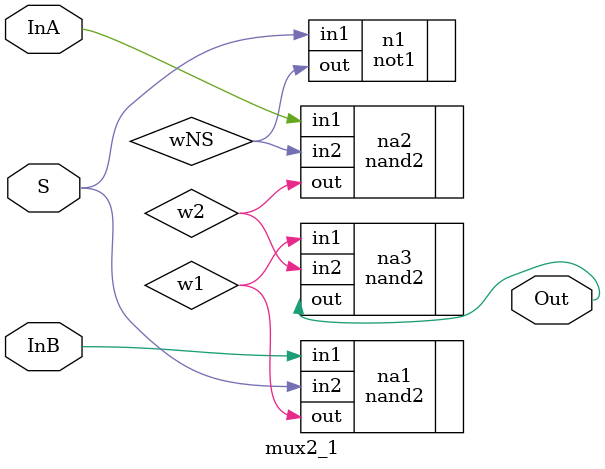
<source format=v>
module mux2_1(InA, InB, S, Out);

  input InA, InB, S;
  output Out;
  wire w1, w2, wNS;
  
  // mux implementation
  // S = 0 will choose InA, S = 1 will choose InB
  nand2 na1 (.in1(InB), .in2(S), .out(w1));
  not1 n1 (.in1(S), .out(wNS));
  nand2 na2 (.in1(InA), .in2(wNS), .out(w2));
  nand2 na3(.in1(w1), .in2(w2), .out(Out));
endmodule

</source>
